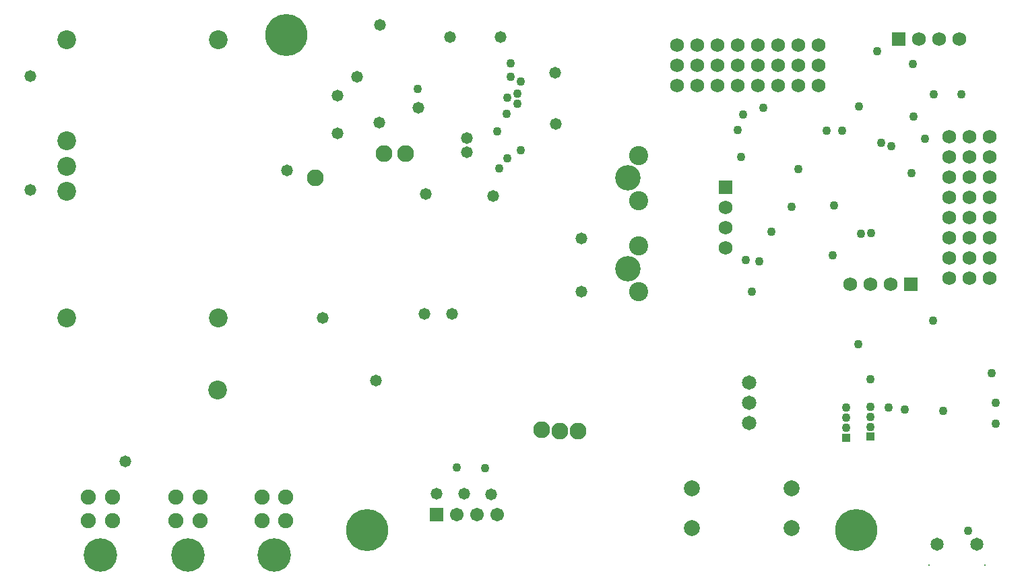
<source format=gbs>
G04 Layer_Color=16711935*
%FSLAX25Y25*%
%MOIN*%
G70*
G01*
G75*
%ADD106C,0.20800*%
%ADD107C,0.06706*%
%ADD108R,0.06706X0.06706*%
%ADD109C,0.06800*%
%ADD110R,0.06800X0.06800*%
%ADD111R,0.06800X0.06800*%
%ADD112C,0.09300*%
%ADD113C,0.07918*%
%ADD114C,0.07131*%
%ADD115C,0.04343*%
%ADD116R,0.04343X0.04343*%
%ADD117C,0.12611*%
%ADD118C,0.09461*%
%ADD119C,0.16548*%
%ADD120C,0.07493*%
%ADD121C,0.06509*%
%ADD122C,0.00800*%
%ADD123C,0.04300*%
%ADD124C,0.05800*%
%ADD125C,0.08300*%
D106*
X353500Y430000D02*
D03*
X635500Y185000D02*
D03*
X393500D02*
D03*
D107*
X458000Y192500D02*
D03*
X448000D02*
D03*
X438000D02*
D03*
D108*
X428000D02*
D03*
D109*
X686500Y428000D02*
D03*
X676500D02*
D03*
X666500D02*
D03*
X571000Y324500D02*
D03*
Y334500D02*
D03*
Y344500D02*
D03*
X632500Y306500D02*
D03*
X642500D02*
D03*
X652500D02*
D03*
X547000Y425000D02*
D03*
Y415000D02*
D03*
Y405000D02*
D03*
X557000D02*
D03*
Y415000D02*
D03*
Y425000D02*
D03*
X567000Y405000D02*
D03*
Y415000D02*
D03*
Y425000D02*
D03*
X577000Y405000D02*
D03*
Y415000D02*
D03*
Y425000D02*
D03*
X587000Y405000D02*
D03*
Y415000D02*
D03*
Y425000D02*
D03*
X597000Y405000D02*
D03*
Y415000D02*
D03*
Y425000D02*
D03*
X607000Y405000D02*
D03*
Y415000D02*
D03*
Y425000D02*
D03*
X617000Y405000D02*
D03*
Y415000D02*
D03*
Y425000D02*
D03*
X701500Y379500D02*
D03*
X691500D02*
D03*
X681500D02*
D03*
Y369500D02*
D03*
X691500D02*
D03*
X701500D02*
D03*
X681500Y359500D02*
D03*
X691500D02*
D03*
X701500D02*
D03*
X681500Y349500D02*
D03*
X691500D02*
D03*
X701500D02*
D03*
X681500Y339500D02*
D03*
X691500D02*
D03*
X701500D02*
D03*
X681500Y329500D02*
D03*
X691500D02*
D03*
X701500D02*
D03*
X681500Y319500D02*
D03*
X691500D02*
D03*
X701500D02*
D03*
X681500Y309500D02*
D03*
X691500D02*
D03*
X701500D02*
D03*
D110*
X656500Y428000D02*
D03*
X662500Y306500D02*
D03*
D111*
X571000Y354500D02*
D03*
D112*
X320000Y290000D02*
D03*
X245000D02*
D03*
Y352500D02*
D03*
Y365000D02*
D03*
Y377500D02*
D03*
Y427500D02*
D03*
X320000D02*
D03*
X319750Y254250D02*
D03*
D113*
X554287Y185815D02*
D03*
X603500D02*
D03*
X554287Y205500D02*
D03*
X603500D02*
D03*
D114*
X582500Y258000D02*
D03*
Y248000D02*
D03*
Y238000D02*
D03*
D115*
X642500Y245921D02*
D03*
Y241000D02*
D03*
Y236079D02*
D03*
X630500Y245500D02*
D03*
Y240579D02*
D03*
Y235658D02*
D03*
D116*
X642500Y231157D02*
D03*
X630500Y230736D02*
D03*
D117*
X522724Y359221D02*
D03*
Y314339D02*
D03*
D118*
X528000Y348000D02*
D03*
Y370441D02*
D03*
Y303118D02*
D03*
Y325559D02*
D03*
D119*
X261595Y172492D02*
D03*
X347500Y172500D02*
D03*
X305000D02*
D03*
D120*
X255689Y201311D02*
D03*
X267500D02*
D03*
Y189500D02*
D03*
X255689D02*
D03*
X341595Y201319D02*
D03*
X353405D02*
D03*
Y189508D02*
D03*
X341595D02*
D03*
X299095Y201319D02*
D03*
X310906D02*
D03*
Y189508D02*
D03*
X299095D02*
D03*
D121*
X695405Y178130D02*
D03*
X675721D02*
D03*
D122*
X699342Y167500D02*
D03*
X671783D02*
D03*
D123*
X691000Y184500D02*
D03*
X673500Y288500D02*
D03*
X636500Y277000D02*
D03*
X452000Y215500D02*
D03*
X438000Y216000D02*
D03*
X584000Y303000D02*
D03*
X581000Y318500D02*
D03*
X587500Y318000D02*
D03*
X607000Y363500D02*
D03*
X593725Y332500D02*
D03*
X603500Y345000D02*
D03*
X651500Y245500D02*
D03*
X653000Y375000D02*
D03*
X648000Y376500D02*
D03*
X664000Y389500D02*
D03*
X624500Y345500D02*
D03*
X624000Y321000D02*
D03*
X642500Y259500D02*
D03*
X702500Y262500D02*
D03*
X659500Y244500D02*
D03*
X704500Y237500D02*
D03*
Y248000D02*
D03*
X646000Y422000D02*
D03*
X669500Y378500D02*
D03*
X674000Y400500D02*
D03*
X663500Y415500D02*
D03*
X628500Y382500D02*
D03*
X621000D02*
D03*
X578500Y369500D02*
D03*
X577000Y383000D02*
D03*
X579500Y390500D02*
D03*
X462500Y390965D02*
D03*
X463000Y399134D02*
D03*
X468000Y395965D02*
D03*
X459000Y363965D02*
D03*
X469500Y372965D02*
D03*
X462984Y368980D02*
D03*
X458000Y382465D02*
D03*
X418500Y403465D02*
D03*
X468000Y400965D02*
D03*
X469500Y406965D02*
D03*
X464500Y409465D02*
D03*
Y415965D02*
D03*
X678500Y244000D02*
D03*
X637000Y394500D02*
D03*
X687500Y400500D02*
D03*
X643000Y332000D02*
D03*
X638000Y331500D02*
D03*
X589500Y394000D02*
D03*
X663000Y361500D02*
D03*
D124*
X455000Y202500D02*
D03*
X441500Y203000D02*
D03*
X428000D02*
D03*
X274000Y219000D02*
D03*
X226953Y353453D02*
D03*
X227000Y409500D02*
D03*
X398000Y258965D02*
D03*
X422500Y351465D02*
D03*
X456000Y350465D02*
D03*
X486500Y411465D02*
D03*
X435500Y291965D02*
D03*
X422000D02*
D03*
X354000Y362965D02*
D03*
X379000Y381465D02*
D03*
X371685Y289965D02*
D03*
X499500Y329465D02*
D03*
Y302965D02*
D03*
X443000Y371965D02*
D03*
Y378965D02*
D03*
X379000Y399965D02*
D03*
X388500Y409465D02*
D03*
X399500Y386650D02*
D03*
X419000Y393965D02*
D03*
X400000Y434965D02*
D03*
X487000Y385965D02*
D03*
X434500Y428965D02*
D03*
X459500D02*
D03*
D125*
X498000Y234000D02*
D03*
X480000Y234500D02*
D03*
X489000Y234000D02*
D03*
X368000Y359465D02*
D03*
X412500Y371465D02*
D03*
X402000D02*
D03*
M02*

</source>
